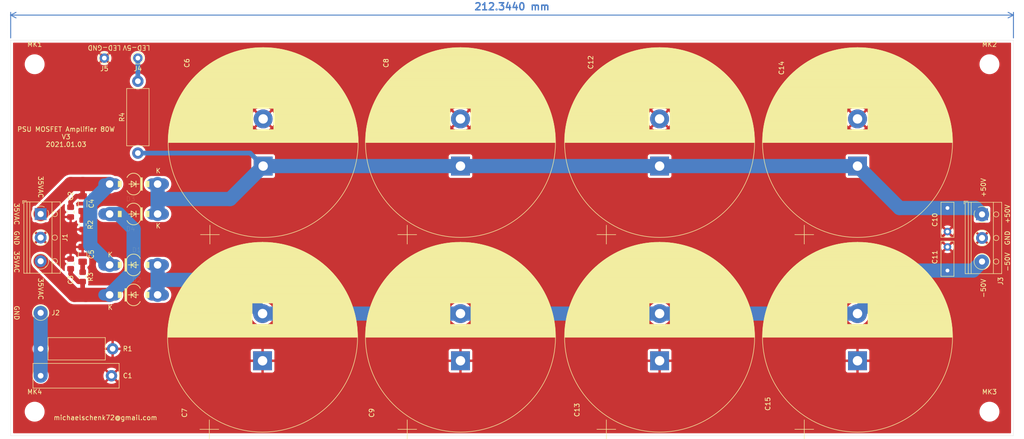
<source format=kicad_pcb>
(kicad_pcb (version 20211014) (generator pcbnew)
  (layers (0 "F.Cu" signal) (31 "B.Cu" signal) (34 "B.Paste" user) (35 "F.Paste" user) (36 "B.SilkS" user "B.Silkscreen") (37 "F.SilkS" user "F.Silkscreen") (38 "B.Mask" user) (39 "F.Mask" user) (44 "Edge.Cuts" user))
  (net 0 "")
  (net 1 "GND")
  (net 2 "Net-(C1-Pad1)")
  (net 3 "Net-(C2-Pad1)")
  (net 4 "Net-(C3-Pad2)")
  (net 5 "Net-(C4-Pad2)")
  (net 6 "Net-(C5-Pad2)")
  (net 7 "Net-(C10-Pad1)")
  (net 8 "Net-(C11-Pad2)")
  (net 9 "Net-(J4-Pad1)")
  (footprint "Capacitor_THT:C_Rect_L18.0mm_W5.0mm_P15.00mm_FKS3_FKP3" (layer "F.Cu") (at 26.416 94.742)
    (fp_text reference "C1" (at 18.415 0) (layer "F.SilkS"))
    (fp_text value "2.2nF 2kV")
    (pad "1" thru_hole circle locked (at 0 0) (size 2.4 2.4) (drill 1.2) (layers *.Cu *.Mask) (net 2 "Net-(C1-Pad1)"))
    (pad "2" thru_hole circle locked (at 15 0) (size 2.4 2.4) (drill 1.2) (layers *.Cu *.Mask) (net 1 "GND"))
  )
  (footprint "Capacitor_SMD:C_0805_2012Metric_Pad1.18x1.45mm_HandSolder" (layer "F.Cu") (at 32.766 60.0495 -90)
    (fp_text reference "C2" (at -3.4075 0 90) (layer "F.SilkS"))
    (fp_text value "Cx/10nF/200V")
    (pad "1" smd roundrect locked (at -1.0375 0 270) (size 1.175 1.45) (layers "F.Cu" "F.Paste" "F.Mask") (roundrect_rratio 0.2127659574) (net 3 "Net-(C2-Pad1)"))
    (pad "2" smd roundrect locked (at 1.0375 0 270) (size 1.175 1.45) (layers "F.Cu" "F.Paste" "F.Mask") (roundrect_rratio 0.2127659574) (net 1 "GND"))
  )
  (footprint "Capacitor_SMD:C_0805_2012Metric_Pad1.18x1.45mm_HandSolder" (layer "F.Cu") (at 32.766 71.0145 -90)
    (fp_text reference "C3" (at 3.4075 0 90) (layer "F.SilkS"))
    (fp_text value "Cx/10nF/200V")
    (pad "1" smd roundrect locked (at -1.0375 0 270) (size 1.175 1.45) (layers "F.Cu" "F.Paste" "F.Mask") (roundrect_rratio 0.2127659574) (net 1 "GND"))
    (pad "2" smd roundrect locked (at 1.0375 0 270) (size 1.175 1.45) (layers "F.Cu" "F.Paste" "F.Mask") (roundrect_rratio 0.2127659574) (net 4 "Net-(C3-Pad2)"))
  )
  (footprint "Capacitor_SMD:C_1206_3216Metric_Pad1.33x1.80mm_HandSolder" (layer "F.Cu") (at 35.306 58.2545 -90)
    (fp_text reference "C4" (at 0 -1.85 90) (layer "F.SilkS"))
    (fp_text value "Cs")
    (pad "1" smd roundrect locked (at -1.5625 0 270) (size 1.325 1.8) (layers "F.Cu" "F.Paste" "F.Mask") (roundrect_rratio 0.1886784906) (net 3 "Net-(C2-Pad1)"))
    (pad "2" smd roundrect locked (at 1.5625 0 270) (size 1.325 1.8) (layers "F.Cu" "F.Paste" "F.Mask") (roundrect_rratio 0.1886784906) (net 5 "Net-(C4-Pad2)"))
  )
  (footprint "Capacitor_SMD:C_1206_3216Metric_Pad1.33x1.80mm_HandSolder" (layer "F.Cu") (at 35.306 68.9995 -90)
    (fp_text reference "C5" (at 0 -1.85 90) (layer "F.SilkS"))
    (fp_text value "Cs")
    (pad "1" smd roundrect locked (at -1.5625 0 270) (size 1.325 1.8) (layers "F.Cu" "F.Paste" "F.Mask") (roundrect_rratio 0.1886784906) (net 1 "GND"))
    (pad "2" smd roundrect locked (at 1.5625 0 270) (size 1.325 1.8) (layers "F.Cu" "F.Paste" "F.Mask") (roundrect_rratio 0.1886784906) (net 6 "Net-(C5-Pad2)"))
  )
  (footprint "Capacitor_THT:CP_Radial_D40.0mm_P10.00mm_SnapIn" (layer "F.Cu") (at 73.533 50.292 90)
    (fp_text reference "C6" (at 21.844 -16.129 90) (layer "F.SilkS"))
    (fp_text value "10000uF/100V")
    (pad "1" thru_hole rect locked (at 0 0 90) (size 4 4) (drill 2) (layers *.Cu *.Mask) (net 7 "Net-(C10-Pad1)"))
    (pad "2" thru_hole circle locked (at 10 0 90) (size 4 4) (drill 2) (layers *.Cu *.Mask) (net 1 "GND"))
  )
  (footprint "Capacitor_THT:CP_Radial_D40.0mm_P10.00mm_SnapIn" (layer "F.Cu") (at 73.406 91.567 90)
    (fp_text reference "C7" (at -11.049 -16.51 90) (layer "F.SilkS"))
    (fp_text value "10000uF/100V")
    (pad "1" thru_hole rect locked (at 0 0 90) (size 4 4) (drill 2) (layers *.Cu *.Mask) (net 1 "GND"))
    (pad "2" thru_hole circle locked (at 10 0 90) (size 4 4) (drill 2) (layers *.Cu *.Mask) (net 8 "Net-(C11-Pad2)"))
  )
  (footprint "Capacitor_THT:CP_Radial_D40.0mm_P10.00mm_SnapIn" (layer "F.Cu") (at 115.316 50.292 90)
    (fp_text reference "C8" (at 21.844 -15.748 90) (layer "F.SilkS"))
    (fp_text value "10000uF/100V")
    (pad "1" thru_hole rect locked (at 0 0 90) (size 4 4) (drill 2) (layers *.Cu *.Mask) (net 7 "Net-(C10-Pad1)"))
    (pad "2" thru_hole circle locked (at 10 0 90) (size 4 4) (drill 2) (layers *.Cu *.Mask) (net 1 "GND"))
  )
  (footprint "Capacitor_THT:CP_Radial_D40.0mm_P10.00mm_SnapIn" (layer "F.Cu") (at 115.316 91.567 90)
    (fp_text reference "C9" (at -11.049 -18.796 90) (layer "F.SilkS"))
    (fp_text value "10000uF/100V")
    (pad "1" thru_hole rect locked (at 0 0 90) (size 4 4) (drill 2) (layers *.Cu *.Mask) (net 1 "GND"))
    (pad "2" thru_hole circle locked (at 10 0 90) (size 4 4) (drill 2) (layers *.Cu *.Mask) (net 8 "Net-(C11-Pad2)"))
  )
  (footprint "kicad-snk:SOD64-10" (layer "F.Cu") (at 46.101 71.247)
    (fp_text reference "D1" (at 0.63569 -3.17845) (layer "F.SilkS") (effects (font (size 1.001087 1.001087) (thickness 0.015))))
    (fp_text value "BYV98-200")
    (pad "1" thru_hole oval locked (at -5.08 0) (size 4.8006 2.4003) (drill 1.6002) (layers *.Cu *.Mask) (net 3 "Net-(C2-Pad1)"))
    (pad "2" thru_hole oval locked (at 5.08 0) (size 4.8006 2.4003) (drill 1.6002) (layers *.Cu *.Mask) (net 8 "Net-(C11-Pad2)"))
  )
  (footprint "kicad-snk:SOD64-10" (layer "F.Cu") (at 46.101 77.597)
    (fp_text reference "D2" (at 0.63569 -3.17845) (layer "F.SilkS") (effects (font (size 1.001087 1.001087) (thickness 0.015))))
    (fp_text value "BYV98-200")
    (pad "1" thru_hole oval locked (at -5.08 0) (size 4.8006 2.4003) (drill 1.6002) (layers *.Cu *.Mask) (net 4 "Net-(C3-Pad2)"))
    (pad "2" thru_hole oval locked (at 5.08 0) (size 4.8006 2.4003) (drill 1.6002) (layers *.Cu *.Mask) (net 8 "Net-(C11-Pad2)"))
  )
  (footprint "kicad-snk:SOD64-10" (layer "F.Cu") (at 46.101 54.102 180)
    (fp_text reference "D3" (at 0.63569 -3.17845) (layer "F.SilkS") (effects (font (size 1.001087 1.001087) (thickness 0.015))))
    (fp_text value "BYV98-200")
    (pad "1" thru_hole oval locked (at -5.08 0 180) (size 4.8006 2.4003) (drill 1.6002) (layers *.Cu *.Mask) (net 7 "Net-(C10-Pad1)"))
    (pad "2" thru_hole oval locked (at 5.08 0 180) (size 4.8006 2.4003) (drill 1.6002) (layers *.Cu *.Mask) (net 3 "Net-(C2-Pad1)"))
  )
  (footprint "kicad-snk:SOD64-10" (layer "F.Cu") (at 46.101 60.452 180)
    (fp_text reference "D4" (at 0.63569 -3.17845) (layer "F.SilkS") (effects (font (size 1.001087 1.001087) (thickness 0.015))))
    (fp_text value "BYV98-200")
    (pad "1" thru_hole oval locked (at -5.08 0 180) (size 4.8006 2.4003) (drill 1.6002) (layers *.Cu *.Mask) (net 7 "Net-(C10-Pad1)"))
    (pad "2" thru_hole oval locked (at 5.08 0 180) (size 4.8006 2.4003) (drill 1.6002) (layers *.Cu *.Mask) (net 4 "Net-(C3-Pad2)"))
  )
  (footprint "TerminalBlock_RND:TerminalBlock_RND_205-00013_1x03_P5.00mm_Horizontal" (layer "F.Cu") (at 26.416 60.452 -90)
    (fp_text reference "J1" (at 5 -5.16 90) (layer "F.SilkS"))
    (fp_text value "Screw_Terminal_01x03")
    (pad "1" thru_hole rect locked (at 0 0 270) (size 2.5 2.5) (drill 1.3) (layers *.Cu *.Mask) (net 3 "Net-(C2-Pad1)"))
    (pad "2" thru_hole circle locked (at 5 0 270) (size 2.5 2.5) (drill 1.3) (layers *.Cu *.Mask) (net 1 "GND"))
    (pad "3" thru_hole circle locked (at 10 0 270) (size 2.5 2.5) (drill 1.3) (layers *.Cu *.Mask) (net 4 "Net-(C3-Pad2)"))
  )
  (footprint "Connector_Pin:Pin_D1.3mm_L11.0mm" (layer "F.Cu") (at 26.416 81.407)
    (fp_text reference "J2" (at 3.175 0) (layer "F.SilkS"))
    (fp_text value "EARTH")
    (pad "1" thru_hole circle locked (at 0 0) (size 2.6 2.6) (drill 1.3) (layers *.Cu *.Mask) (net 2 "Net-(C1-Pad1)"))
  )
  (footprint "Resistor_THT:R_Axial_DIN0414_L11.9mm_D4.5mm_P15.24mm_Horizontal" (layer "F.Cu") (at 26.416 89.027)
    (fp_text reference "R1" (at 18.415 0) (layer "F.SilkS"))
    (fp_text value "100R/2W")
    (pad "1" thru_hole circle locked (at 0 0) (size 2.4 2.4) (drill 1.2) (layers *.Cu *.Mask) (net 2 "Net-(C1-Pad1)"))
    (pad "2" thru_hole oval locked (at 15.24 0) (size 2.4 2.4) (drill 1.2) (layers *.Cu *.Mask) (net 1 "GND"))
  )
  (footprint "Resistor_SMD:R_0805_2012Metric_Pad1.20x1.40mm_HandSolder" (layer "F.Cu") (at 35.306 62.722 -90)
    (fp_text reference "R2" (at 0 -1.65 90) (layer "F.SilkS"))
    (fp_text value "Rs/1/8W")
    (pad "1" smd roundrect locked (at -1 0 270) (size 1.2 1.4) (layers "F.Cu" "F.Paste" "F.Mask") (roundrect_rratio 0.2083325) (net 5 "Net-(C4-Pad2)"))
    (pad "2" smd roundrect locked (at 1 0 270) (size 1.2 1.4) (layers "F.Cu" "F.Paste" "F.Mask") (roundrect_rratio 0.2083325) (net 1 "GND"))
  )
  (footprint "Resistor_SMD:R_0805_2012Metric_Pad1.20x1.40mm_HandSolder" (layer "F.Cu") (at 35.306 73.787 -90)
    (fp_text reference "R3" (at 0 -1.65 90) (layer "F.SilkS"))
    (fp_text value "Rs/1/8W")
    (pad "1" smd roundrect locked (at -1 0 270) (size 1.2 1.4) (layers "F.Cu" "F.Paste" "F.Mask") (roundrect_rratio 0.2083325) (net 6 "Net-(C5-Pad2)"))
    (pad "2" smd roundrect locked (at 1 0 270) (size 1.2 1.4) (layers "F.Cu" "F.Paste" "F.Mask") (roundrect_rratio 0.2083325) (net 4 "Net-(C3-Pad2)"))
  )
  (footprint "Capacitor_THT:C_Rect_L7.2mm_W2.5mm_P5.00mm_FKS2_FKP2_MKS2_MKP2" (layer "F.Cu") (at 218.44 59.182 -90)
    (fp_text reference "C10" (at 2.5 2.667 90) (layer "F.SilkS"))
    (fp_text value "100n")
    (pad "1" thru_hole circle locked (at 0 0 270) (size 1.6 1.6) (drill 0.8) (layers *.Cu *.Mask) (net 7 "Net-(C10-Pad1)"))
    (pad "2" thru_hole circle locked (at 5 0 270) (size 1.6 1.6) (drill 0.8) (layers *.Cu *.Mask) (net 1 "GND"))
  )
  (footprint "Capacitor_THT:C_Rect_L7.2mm_W2.5mm_P5.00mm_FKS2_FKP2_MKS2_MKP2" (layer "F.Cu") (at 218.44 67.437 -90)
    (fp_text reference "C11" (at 2.159 2.667 90) (layer "F.SilkS"))
    (fp_text value "100n")
    (pad "1" thru_hole circle locked (at 0 0 270) (size 1.6 1.6) (drill 0.8) (layers *.Cu *.Mask) (net 1 "GND"))
    (pad "2" thru_hole circle locked (at 5 0 270) (size 1.6 1.6) (drill 0.8) (layers *.Cu *.Mask) (net 8 "Net-(C11-Pad2)"))
  )
  (footprint "MountingHole:MountingHole_3.2mm_M3" (layer "F.Cu") (at 227.33 28.702)
    (fp_text reference "MK2" (at 0 -4.2) (layer "F.SilkS"))
    (fp_text value "Mounting_Hole_PAD")
    (pad "" np_thru_hole circle locked (at 0 0) (size 3.2 3.2) (drill 3.2) (layers *.Cu *.Mask))
  )
  (footprint "MountingHole:MountingHole_3.2mm_M3" (layer "F.Cu") (at 227.33 102.362)
    (fp_text reference "MK3" (at 0 -4.2) (layer "F.SilkS"))
    (fp_text value "Mounting_Hole_PAD")
    (pad "" np_thru_hole circle locked (at 0 0) (size 3.2 3.2) (drill 3.2) (layers *.Cu *.Mask))
  )
  (footprint "MountingHole:MountingHole_3.2mm_M3" (layer "F.Cu") (at 25.146 102.362)
    (fp_text reference "MK4" (at 0 -4.2) (layer "F.SilkS"))
    (fp_text value "Mounting_Hole_PAD")
    (pad "" np_thru_hole circle locked (at 0 0) (size 3.2 3.2) (drill 3.2) (layers *.Cu *.Mask))
  )
  (footprint "MountingHole:MountingHole_3.2mm_M3" (layer "F.Cu") (at 25.146 28.702)
    (fp_text reference "MK1" (at 0 -4.2) (layer "F.SilkS"))
    (fp_text value "Mounting_Hole_PAD")
    (pad "" np_thru_hole circle locked (at 0 0) (size 3.2 3.2) (drill 3.2) (layers *.Cu *.Mask))
  )
  (footprint "TerminalBlock_RND:TerminalBlock_RND_205-00013_1x03_P5.00mm_Horizontal" (layer "F.Cu") (at 225.76 60.532 -90)
    (fp_text reference "J3" (at 14.144 -3.937 90) (layer "F.SilkS"))
    (fp_text value "Screw_Terminal_01x03")
    (pad "1" thru_hole rect locked (at 0 0 270) (size 2.5 2.5) (drill 1.3) (layers *.Cu *.Mask) (net 7 "Net-(C10-Pad1)"))
    (pad "2" thru_hole circle locked (at 5 0 270) (size 2.5 2.5) (drill 1.3) (layers *.Cu *.Mask) (net 1 "GND"))
    (pad "3" thru_hole circle locked (at 10 0 270) (size 2.5 2.5) (drill 1.3) (layers *.Cu *.Mask) (net 8 "Net-(C11-Pad2)"))
  )
  (footprint "Capacitor_THT:CP_Radial_D40.0mm_P10.00mm_SnapIn" (layer "F.Cu") (at 199.39 50.291999 90)
    (fp_text reference "C14" (at 20.791999 -16.09 90) (layer "F.SilkS"))
    (fp_text value "10000uF/100V")
    (pad "1" thru_hole rect locked (at 0 0 90) (size 4 4) (drill 2) (layers *.Cu *.Mask) (net 7 "Net-(C10-Pad1)"))
    (pad "2" thru_hole circle locked (at 10 0 90) (size 4 4) (drill 2) (layers *.Cu *.Mask) (net 1 "GND"))
  )
  (footprint "Capacitor_THT:CP_Radial_D40.0mm_P10.00mm_SnapIn" (layer "F.Cu") (at 199.39 91.567 90)
    (fp_text reference "C15" (at -9.133 -18.99 90) (layer "F.SilkS"))
    (fp_text value "10000uF/100V")
    (pad "1" thru_hole rect locked (at 0 0 90) (size 4 4) (drill 2) (layers *.Cu *.Mask) (net 1 "GND"))
    (pad "2" thru_hole circle locked (at 10 0 90) (size 4 4) (drill 2) (layers *.Cu *.Mask) (net 8 "Net-(C11-Pad2)"))
  )
  (footprint "Capacitor_THT:CP_Radial_D40.0mm_P10.00mm_SnapIn" (layer "F.Cu") (at 157.48 91.567 90)
    (fp_text reference "C13" (at -10.433 -17.48 90) (layer "F.SilkS"))
    (fp_text value "10000uF/100V")
    (pad "1" thru_hole rect locked (at 0 0 90) (size 4 4) (drill 2) (layers *.Cu *.Mask) (net 1 "GND"))
    (pad "2" thru_hole circle locked (at 10 0 90) (size 4 4) (drill 2) (layers *.Cu *.Mask) (net 8 "Net-(C11-Pad2)"))
  )
  (footprint "Connector_Pin:Pin_D1.0mm_L10.0mm" (layer "F.Cu") (at 39.9 27.4)
    (fp_text reference "J5" (at 0 2.25) (layer "F.SilkS"))
    (fp_text value "LED_GND")
    (pad "1" thru_hole circle locked (at 0 0) (size 2 2) (drill 1) (layers *.Cu *.Mask) (net 1 "GND"))
  )
  (footprint "Capacitor_THT:CP_Radial_D40.0mm_P10.00mm_SnapIn" (layer "F.Cu") (at 157.48 50.291999 90)
    (fp_text reference "C12" (at 21.991999 -14.58 90) (layer "F.SilkS"))
    (fp_text value "10000uF/100V")
    (pad "1" thru_hole rect locked (at 0 0 90) (size 4 4) (drill 2) (layers *.Cu *.Mask) (net 7 "Net-(C10-Pad1)"))
    (pad "2" thru_hole circle locked (at 10 0 90) (size 4 4) (drill 2) (layers *.Cu *.Mask) (net 1 "GND"))
  )
  (footprint "Resistor_THT:R_Axial_DIN0414_L11.9mm_D4.5mm_P15.24mm_Horizontal" (layer "F.Cu") (at 47 47.54 90)
    (fp_text reference "R4" (at 7.62 -3.37 90) (layer "F.SilkS"))
    (fp_text value "3.9k/2W")
    (pad "1" thru_hole circle locked (at 0 0 90) (size 2.4 2.4) (drill 1.2) (layers *.Cu *.Mask) (net 7 "Net-(C10-Pad1)"))
    (pad "2" thru_hole oval locked (at 15.24 0 90) (size 2.4 2.4) (drill 1.2) (layers *.Cu *.Mask) (net 9 "Net-(J4-Pad1)"))
  )
  (footprint "Connector_Pin:Pin_D1.0mm_L10.0mm" (layer "F.Cu") (at 47 27.4)
    (fp_text reference "J4" (at 0 2.25) (layer "F.SilkS"))
    (fp_text value "LED_5V")
    (pad "1" thru_hole circle locked (at 0 0) (size 2 2) (drill 1) (layers *.Cu *.Mask) (net 9 "Net-(J4-Pad1)"))
  )
  (gr_line (start 20.066 23.622) (end 20.066 107.442) (layer "Edge.Cuts") (width 0.05))
  (gr_line (start 232.41 107.442) (end 232.41 23.622) (layer "Edge.Cuts") (width 0.05))
  (gr_line (start 20.066 107.442) (end 232.41 107.442) (layer "Edge.Cuts") (width 0.05))
  (gr_line (start 232.41 23.622) (end 20.066 23.622) (layer "Edge.Cuts") (width 0.05))
  (gr_text "+50V" (at 226.06 54.864 90) (layer "F.SilkS") (effects (font (size 1 1))))
  (gr_text "-50V" (at 226.06 76.2 90) (layer "F.SilkS") (effects (font (size 1 1))))
  (gr_text "K" (at 51.308 62.992) (layer "F.SilkS") (effects (font (size 1 1))))
  (gr_text "K" (at 41.148 69.088) (layer "F.SilkS") (effects (font (size 1 1))))
  (gr_text "K" (at 41.148 80.264) (layer "F.SilkS") (effects (font (size 1 1))))
  (gr_text "35VAC" (at 21.336 70.612 270) (layer "F.SilkS") (effects (font (size 1 1))))
  (gr_text "35VAC" (at 26.416 76.327 270) (layer "F.SilkS") (effects (font (size 1 1))))
  (gr_text "35VAC" (at 26.416 54.737 270) (layer "F.SilkS") (effects (font (size 1 1))))
  (gr_text "GND" (at 21.336 81.407 270) (layer "F.SilkS") (effects (font (size 1 1))))
  (gr_text "35VAC" (at 21.336 60.452 270) (layer "F.SilkS") (effects (font (size 1 1))))
  (gr_text "+50V" (at 231.14 60.452 90) (layer "F.SilkS") (effects (font (size 1 1))))
  (gr_text "LED-5V" (at 46.7 25.2 180) (layer "F.SilkS") (effects (font (size 1 1))))
  (gr_text "K" (at 51.308 51.308) (layer "F.SilkS") (effects (font (size 1 1))))
  (gr_text "GND" (at 231.14 65.532 90) (layer "F.SilkS") (effects (font (size 1 1))))
  (gr_text "GND" (at 21.336 65.532 270) (layer "F.SilkS") (effects (font (size 1 1))))
  (gr_text "LED-GND" (at 39.9 25.2 180) (layer "F.SilkS") (effects (font (size 1 1))))
  (gr_text "PSU MOSFET Amplifier 80W\nV3\n2021.01.03" (at 31.8 44.1) (layer "F.SilkS") (effects (font (size 1 1))))
  (gr_text "-50V" (at 231.14 70.612 90) (layer "F.SilkS") (effects (font (size 1 1))))
  (gr_text "michaelschenk72@gmail.com" (at 40.132 103.632) (layer "F.SilkS") (effects (font (size 1 1))))
  (dimension (type aligned) (layer "B.Cu") (pts (xy 20.066 23.622) (xy 232.41 23.622)) (height -5.334) (gr_text "212.3440 mm" (at 126.238 16.488) (layer "B.Cu") (effects (font (size 1.5 1.5) (thickness 0.3)))) (format (units 3) (units_format 1) (precision 4)) (style (thickness 0.2) (arrow_length 1.27) (text_position_mode 0) (extension_height 0.58642) (extension_offset 0.5) keep_text_aligned))
  (segment (start 26.416 89.027) (end 26.416 94.742) (width 3) (layer "B.Cu") (net 2))
  (segment (start 26.416 81.407) (end 26.416 89.027) (width 3) (layer "B.Cu") (net 2))
  (segment (start 32.766 57.912) (end 32.766 59.012) (width 1) (layer "F.Cu") (net 3))
  (segment (start 33.986 56.692) (end 32.766 57.912) (width 1) (layer "F.Cu") (net 3))
  (segment (start 35.306 56.692) (end 35.306 54.102) (width 1) (layer "F.Cu") (net 3))
  (segment (start 41.021 54.102) (end 35.306 54.102) (width 3) (layer "F.Cu") (net 3))
  (segment (start 35.306 56.692) (end 33.986 56.692) (width 1) (layer "F.Cu") (net 3))
  (segment (start 32.766 54.102) (end 26.416 60.452) (width 3) (layer "F.Cu") (net 3))
  (segment (start 35.306 54.102) (end 32.766 54.102) (width 3) (layer "F.Cu") (net 3))
  (segment (start 36.92069 67.14669) (end 41.021 71.247) (width 3) (layer "B.Cu") (net 3))
  (segment (start 36.92069 58.20231) (end 36.92069 67.14669) (width 3) (layer "B.Cu") (net 3))
  (segment (start 41.021 54.102) (end 36.92069 58.20231) (width 3) (layer "B.Cu") (net 3))
  (segment (start 35.306 74.787) (end 35.306 76.962) (width 1) (layer "F.Cu") (net 4))
  (segment (start 33.561 77.597) (end 26.416 70.452) (width 3) (layer "F.Cu") (net 4))
  (segment (start 34.401 74.787) (end 32.766 73.152) (width 1) (layer "F.Cu") (net 4))
  (segment (start 35.306 74.787) (end 34.401 74.787) (width 1) (layer "F.Cu") (net 4))
  (segment (start 35.941 77.597) (end 33.561 77.597) (width 3) (layer "F.Cu") (net 4))
  (segment (start 32.766 73.152) (end 32.766 72.052) (width 1) (layer "F.Cu") (net 4))
  (segment (start 35.306 76.962) (end 35.941 77.597) (width 1) (layer "F.Cu") (net 4))
  (segment (start 41.021 77.597) (end 35.941 77.597) (width 3) (layer "F.Cu") (net 4))
  (segment (start 41.021 77.597) (end 46.101 72.517) (width 3) (layer "B.Cu") (net 4))
  (segment (start 42.926 60.452) (end 41.021 60.452) (width 3) (layer "B.Cu") (net 4))
  (segment (start 46.101 63.627) (end 42.926 60.452) (width 3) (layer "B.Cu") (net 4))
  (segment (start 46.101 72.517) (end 46.101 63.627) (width 3) (layer "B.Cu") (net 4))
  (segment (start 35.306 61.722) (end 35.306 59.817) (width 1) (layer "F.Cu") (net 5))
  (segment (start 35.306 72.787) (end 35.306 70.562) (width 1) (layer "F.Cu") (net 6))
  (segment (start 47 47.54) (end 70.781 47.54) (width 1) (layer "B.Cu") (net 7))
  (segment (start 51.181 57.277) (end 51.181 54.102) (width 3) (layer "B.Cu") (net 7))
  (segment (start 73.533 50.292) (end 115.316 50.292) (width 3) (layer "B.Cu") (net 7))
  (segment (start 70.781 47.54) (end 73.533 50.292) (width 1) (layer "B.Cu") (net 7))
  (segment (start 115.316 50.292) (end 157.48 50.291999) (width 3) (layer "B.Cu") (net 7))
  (segment (start 51.181 60.452) (end 51.181 57.277) (width 3) (layer "B.Cu") (net 7))
  (segment (start 157.48 50.291999) (end 199.39 50.291999) (width 3) (layer "B.Cu") (net 7))
  (segment (start 66.548 57.277) (end 73.533 50.292) (width 3) (layer "B.Cu") (net 7))
  (segment (start 208.280001 59.182) (end 199.39 50.291999) (width 3) (layer "B.Cu") (net 7))
  (segment (start 51.181 57.277) (end 66.548 57.277) (width 3) (layer "B.Cu") (net 7))
  (segment (start 218.44 59.182) (end 224.41 59.182) (width 3) (layer "B.Cu") (net 7))
  (segment (start 224.41 59.182) (end 225.76 60.532) (width 3) (layer "B.Cu") (net 7))
  (segment (start 218.44 59.182) (end 208.280001 59.182) (width 3) (layer "B.Cu") (net 7))
  (segment (start 115.316 81.567) (end 157.48 81.567) (width 3) (layer "B.Cu") (net 8))
  (segment (start 223.855 72.437) (end 225.76 70.532) (width 3) (layer "B.Cu") (net 8))
  (segment (start 218.44 72.437) (end 223.855 72.437) (width 3) (layer "B.Cu") (net 8))
  (segment (start 208.52 72.437) (end 199.39 81.567) (width 3) (layer "B.Cu") (net 8))
  (segment (start 218.44 72.437) (end 208.52 72.437) (width 3) (layer "B.Cu") (net 8))
  (segment (start 115.316 81.567) (end 73.406 81.567) (width 3) (layer "B.Cu") (net 8))
  (segment (start 157.48 81.567) (end 199.39 81.567) (width 3) (layer "B.Cu") (net 8))
  (segment (start 51.181 74.422) (end 66.261 74.422) (width 3) (layer "B.Cu") (net 8))
  (segment (start 66.261 74.422) (end 73.406 81.567) (width 3) (layer "B.Cu") (net 8))
  (segment (start 51.181 77.597) (end 51.181 74.422) (width 3) (layer "B.Cu") (net 8))
  (segment (start 51.181 74.422) (end 51.181 71.247) (width 3) (layer "B.Cu") (net 8))
  (segment (start 47 32.3) (end 47 27.4) (width 1) (layer "B.Cu") (net 9))
  (zone (net 1) (net_name "GND") (layer "F.Cu") (connect_pads (clearance 0.508)) (min_thickness 0.254) (fill yes (thermal_gap 0.508) (thermal_bridge_width 0.508))
    (polygon (pts (xy 232.156 107.442) (xy 20.066 107.442) (xy 20.066 23.622) (xy 232.156 23.622)))
  )
)
</source>
